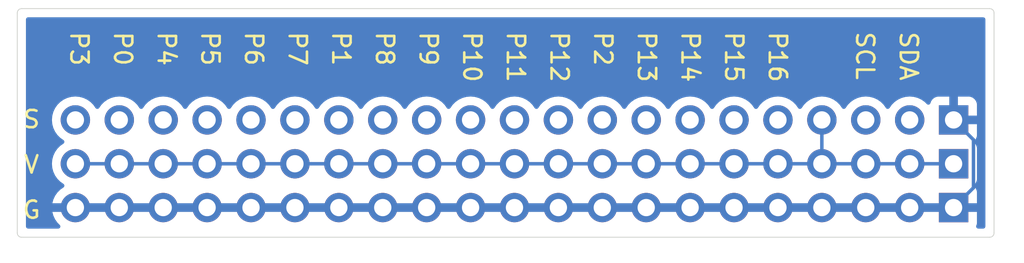
<source format=kicad_pcb>
(kicad_pcb (version 20240108) (generator "pcbnew") (generator_version "8.0")
  (layers (0 "F.Cu" signal) (31 "B.Cu" signal) (34 "B.Paste" user) (35 "F.Paste" user) (36 "B.SilkS" user "B.Silkscreen") (37 "F.SilkS" user "F.Silkscreen") (38 "B.Mask" user) (39 "F.Mask" user) (44 "Edge.Cuts" user))
  (net 0 "")
  (net 4 "/3V3")
  (net 14 "/GND")
  (footprint "Connector_PinHeader_2.54mm:PinHeader_1x21_P2.54mm_Vertical" (layer "F.Cu") (at 153.66 73.24 -90)
    (property "Reference" "J2" (hide yes))
    (property "Value" "Conn_01x21_Pin")
    (pad "1" thru_hole rect (at 0 0 270) (size 1.7 1.7) (drill 1) (layers "*.Cu" "*.Mask") (net 4 "/3V3"))
    (pad "2" thru_hole oval (at 0 2.54 270) (size 1.7 1.7) (drill 1) (layers "*.Cu" "*.Mask") (net 4 "/3V3"))
    (pad "3" thru_hole oval (at 0 5.08 270) (size 1.7 1.7) (drill 1) (layers "*.Cu" "*.Mask") (net 4 "/3V3"))
    (pad "4" thru_hole oval (at 0 7.62 270) (size 1.7 1.7) (drill 1) (layers "*.Cu" "*.Mask") (net 4 "/3V3"))
    (pad "5" thru_hole oval (at 0 10.16 270) (size 1.7 1.7) (drill 1) (layers "*.Cu" "*.Mask") (net 4 "/3V3"))
    (pad "6" thru_hole oval (at 0 12.7 270) (size 1.7 1.7) (drill 1) (layers "*.Cu" "*.Mask") (net 4 "/3V3"))
    (pad "7" thru_hole oval (at 0 15.24 270) (size 1.7 1.7) (drill 1) (layers "*.Cu" "*.Mask") (net 4 "/3V3"))
    (pad "8" thru_hole oval (at 0 17.78 270) (size 1.7 1.7) (drill 1) (layers "*.Cu" "*.Mask") (net 4 "/3V3"))
    (pad "9" thru_hole oval (at 0 20.32 270) (size 1.7 1.7) (drill 1) (layers "*.Cu" "*.Mask") (net 4 "/3V3"))
    (pad "10" thru_hole oval (at 0 22.86 270) (size 1.7 1.7) (drill 1) (layers "*.Cu" "*.Mask") (net 4 "/3V3"))
    (pad "11" thru_hole oval (at 0 25.4 270) (size 1.7 1.7) (drill 1) (layers "*.Cu" "*.Mask") (net 4 "/3V3"))
    (pad "12" thru_hole oval (at 0 27.94 270) (size 1.7 1.7) (drill 1) (layers "*.Cu" "*.Mask") (net 4 "/3V3"))
    (pad "13" thru_hole oval (at 0 30.48 270) (size 1.7 1.7) (drill 1) (layers "*.Cu" "*.Mask") (net 4 "/3V3"))
    (pad "14" thru_hole oval (at 0 33.02 270) (size 1.7 1.7) (drill 1) (layers "*.Cu" "*.Mask") (net 4 "/3V3"))
    (pad "15" thru_hole oval (at 0 35.56 270) (size 1.7 1.7) (drill 1) (layers "*.Cu" "*.Mask") (net 4 "/3V3"))
    (pad "16" thru_hole oval (at 0 38.1 270) (size 1.7 1.7) (drill 1) (layers "*.Cu" "*.Mask") (net 4 "/3V3"))
    (pad "17" thru_hole oval (at 0 40.64 270) (size 1.7 1.7) (drill 1) (layers "*.Cu" "*.Mask") (net 4 "/3V3"))
    (pad "18" thru_hole oval (at 0 43.18 270) (size 1.7 1.7) (drill 1) (layers "*.Cu" "*.Mask") (net 4 "/3V3"))
    (pad "19" thru_hole oval (at 0 45.72 270) (size 1.7 1.7) (drill 1) (layers "*.Cu" "*.Mask") (net 4 "/3V3"))
    (pad "20" thru_hole oval (at 0 48.26 270) (size 1.7 1.7) (drill 1) (layers "*.Cu" "*.Mask") (net 4 "/3V3"))
    (pad "21" thru_hole oval (at 0 50.8 270) (size 1.7 1.7) (drill 1) (layers "*.Cu" "*.Mask") (net 4 "/3V3"))
  )
  (footprint "Connector_PinHeader_2.54mm:PinHeader_1x21_P2.54mm_Vertical" (layer "F.Cu") (at 153.66 70.7 -90)
    (property "Reference" "J1" (hide yes))
    (property "Value" "Conn_01x21_Pin")
    (pad "1" thru_hole rect (at 0 0 270) (size 1.7 1.7) (drill 1) (layers "*.Cu" "*.Mask") (net 14 "/GND"))
    (pad "2" thru_hole oval (at 0 2.54 270) (size 1.7 1.7) (drill 1) (layers "*.Cu" "*.Mask"))
    (pad "3" thru_hole oval (at 0 5.08 270) (size 1.7 1.7) (drill 1) (layers "*.Cu" "*.Mask"))
    (pad "4" thru_hole oval (at 0 7.62 270) (size 1.7 1.7) (drill 1) (layers "*.Cu" "*.Mask") (net 4 "/3V3"))
    (pad "5" thru_hole oval (at 0 10.16 270) (size 1.7 1.7) (drill 1) (layers "*.Cu" "*.Mask"))
    (pad "6" thru_hole oval (at 0 12.7 270) (size 1.7 1.7) (drill 1) (layers "*.Cu" "*.Mask"))
    (pad "7" thru_hole oval (at 0 15.24 270) (size 1.7 1.7) (drill 1) (layers "*.Cu" "*.Mask"))
    (pad "8" thru_hole oval (at 0 17.78 270) (size 1.7 1.7) (drill 1) (layers "*.Cu" "*.Mask"))
    (pad "9" thru_hole oval (at 0 20.32 270) (size 1.7 1.7) (drill 1) (layers "*.Cu" "*.Mask"))
    (pad "10" thru_hole oval (at 0 22.86 270) (size 1.7 1.7) (drill 1) (layers "*.Cu" "*.Mask"))
    (pad "11" thru_hole oval (at 0 25.4 270) (size 1.7 1.7) (drill 1) (layers "*.Cu" "*.Mask"))
    (pad "12" thru_hole oval (at 0 27.94 270) (size 1.7 1.7) (drill 1) (layers "*.Cu" "*.Mask"))
    (pad "13" thru_hole oval (at 0 30.48 270) (size 1.7 1.7) (drill 1) (layers "*.Cu" "*.Mask"))
    (pad "14" thru_hole oval (at 0 33.02 270) (size 1.7 1.7) (drill 1) (layers "*.Cu" "*.Mask"))
    (pad "15" thru_hole oval (at 0 35.56 270) (size 1.7 1.7) (drill 1) (layers "*.Cu" "*.Mask"))
    (pad "16" thru_hole oval (at 0 38.1 270) (size 1.7 1.7) (drill 1) (layers "*.Cu" "*.Mask"))
    (pad "17" thru_hole oval (at 0 40.64 270) (size 1.7 1.7) (drill 1) (layers "*.Cu" "*.Mask"))
    (pad "18" thru_hole oval (at 0 43.18 270) (size 1.7 1.7) (drill 1) (layers "*.Cu" "*.Mask"))
    (pad "19" thru_hole oval (at 0 45.72 270) (size 1.7 1.7) (drill 1) (layers "*.Cu" "*.Mask"))
    (pad "20" thru_hole oval (at 0 48.26 270) (size 1.7 1.7) (drill 1) (layers "*.Cu" "*.Mask"))
    (pad "21" thru_hole oval (at 0 50.8 270) (size 1.7 1.7) (drill 1) (layers "*.Cu" "*.Mask"))
  )
  (footprint "Connector_PinHeader_2.54mm:PinHeader_1x21_P2.54mm_Vertical" (layer "F.Cu") (at 153.66 75.78 -90)
    (property "Reference" "J3" (hide yes))
    (property "Value" "Conn_01x21_Pin")
    (pad "1" thru_hole rect (at 0 0 270) (size 1.7 1.7) (drill 1) (layers "*.Cu" "*.Mask") (net 14 "/GND"))
    (pad "2" thru_hole oval (at 0 2.54 270) (size 1.7 1.7) (drill 1) (layers "*.Cu" "*.Mask") (net 14 "/GND"))
    (pad "3" thru_hole oval (at 0 5.08 270) (size 1.7 1.7) (drill 1) (layers "*.Cu" "*.Mask") (net 14 "/GND"))
    (pad "4" thru_hole oval (at 0 7.62 270) (size 1.7 1.7) (drill 1) (layers "*.Cu" "*.Mask") (net 14 "/GND"))
    (pad "5" thru_hole oval (at 0 10.16 270) (size 1.7 1.7) (drill 1) (layers "*.Cu" "*.Mask") (net 14 "/GND"))
    (pad "6" thru_hole oval (at 0 12.7 270) (size 1.7 1.7) (drill 1) (layers "*.Cu" "*.Mask") (net 14 "/GND"))
    (pad "7" thru_hole oval (at 0 15.24 270) (size 1.7 1.7) (drill 1) (layers "*.Cu" "*.Mask") (net 14 "/GND"))
    (pad "8" thru_hole oval (at 0 17.78 270) (size 1.7 1.7) (drill 1) (layers "*.Cu" "*.Mask") (net 14 "/GND"))
    (pad "9" thru_hole oval (at 0 20.32 270) (size 1.7 1.7) (drill 1) (layers "*.Cu" "*.Mask") (net 14 "/GND"))
    (pad "10" thru_hole oval (at 0 22.86 270) (size 1.7 1.7) (drill 1) (layers "*.Cu" "*.Mask") (net 14 "/GND"))
    (pad "11" thru_hole oval (at 0 25.4 270) (size 1.7 1.7) (drill 1) (layers "*.Cu" "*.Mask") (net 14 "/GND"))
    (pad "12" thru_hole oval (at 0 27.94 270) (size 1.7 1.7) (drill 1) (layers "*.Cu" "*.Mask") (net 14 "/GND"))
    (pad "13" thru_hole oval (at 0 30.48 270) (size 1.7 1.7) (drill 1) (layers "*.Cu" "*.Mask") (net 14 "/GND"))
    (pad "14" thru_hole oval (at 0 33.02 270) (size 1.7 1.7) (drill 1) (layers "*.Cu" "*.Mask") (net 14 "/GND"))
    (pad "15" thru_hole oval (at 0 35.56 270) (size 1.7 1.7) (drill 1) (layers "*.Cu" "*.Mask") (net 14 "/GND"))
    (pad "16" thru_hole oval (at 0 38.1 270) (size 1.7 1.7) (drill 1) (layers "*.Cu" "*.Mask") (net 14 "/GND"))
    (pad "17" thru_hole oval (at 0 40.64 270) (size 1.7 1.7) (drill 1) (layers "*.Cu" "*.Mask") (net 14 "/GND"))
    (pad "18" thru_hole oval (at 0 43.18 270) (size 1.7 1.7) (drill 1) (layers "*.Cu" "*.Mask") (net 14 "/GND"))
    (pad "19" thru_hole oval (at 0 45.72 270) (size 1.7 1.7) (drill 1) (layers "*.Cu" "*.Mask") (net 14 "/GND"))
    (pad "20" thru_hole oval (at 0 48.26 270) (size 1.7 1.7) (drill 1) (layers "*.Cu" "*.Mask") (net 14 "/GND"))
    (pad "21" thru_hole oval (at 0 50.8 270) (size 1.7 1.7) (drill 1) (layers "*.Cu" "*.Mask") (net 14 "/GND"))
  )
  (gr_line (start 99.5 64.5) (end 99.5 77.25) (stroke (width 0.05)) (layer "Edge.Cuts"))
  (gr_line (start 99.75 64.25) (end 155.75 64.25) (stroke (width 0.05)) (layer "Edge.Cuts"))
  (gr_arc (start 155.75 64.25) (mid 155.926777 64.323223) (end 156 64.5) (stroke (width 0.05)) (layer "Edge.Cuts"))
  (gr_line (start 156 64.5) (end 156 77.25) (stroke (width 0.05)) (layer "Edge.Cuts"))
  (gr_arc (start 99.75 77.5) (mid 99.573223 77.426777) (end 99.5 77.25) (stroke (width 0.05)) (layer "Edge.Cuts"))
  (gr_line (start 99.75 77.5) (end 155.75 77.5) (stroke (width 0.05)) (layer "Edge.Cuts"))
  (gr_arc (start 156 77.25) (mid 155.926777 77.426777) (end 155.75 77.5) (stroke (width 0.05)) (layer "Edge.Cuts"))
  (gr_arc (start 99.5 64.5) (mid 99.573223 64.323223) (end 99.75 64.25) (stroke (width 0.05)) (layer "Edge.Cuts"))
  (gr_text "P13" (at 135.325 65.5 270) (layer "F.SilkS") (effects (font (size 1 1)) (justify left bottom)))
  (gr_text "P6" (at 112.6 65.5 270) (layer "F.SilkS") (effects (font (size 1 1)) (justify left bottom)))
  (gr_text "SCL" (at 147.95 65.5 270) (layer "F.SilkS") (effects (font (size 1 1)) (justify left bottom)))
  (gr_text "V" (at 99.797619 73.875 0) (layer "F.SilkS") (effects (font (size 1 1)) (justify left bottom)))
  (gr_text "P5" (at 110.075 65.5 270) (layer "F.SilkS") (effects (font (size 1 1)) (justify left bottom)))
  (gr_text "P12" (at 130.275 65.5 270) (layer "F.SilkS") (effects (font (size 1 1)) (justify left bottom)))
  (gr_text "P9" (at 122.7 65.5 270) (layer "F.SilkS") (effects (font (size 1 1)) (justify left bottom)))
  (gr_text "P4" (at 107.55 65.5 270) (layer "F.SilkS") (effects (font (size 1 1)) (justify left bottom)))
  (gr_text "P3" (at 102.5 65.5 270) (layer "F.SilkS") (effects (font (size 1 1)) (justify left bottom)))
  (gr_text "P0" (at 105.025 65.5 270) (layer "F.SilkS") (effects (font (size 1 1)) (justify left bottom)))
  (gr_text "P2" (at 132.8 65.5 270) (layer "F.SilkS") (effects (font (size 1 1)) (justify left bottom)))
  (gr_text "P7" (at 115.125 65.5 270) (layer "F.SilkS") (effects (font (size 1 1)) (justify left bottom)))
  (gr_text "P1" (at 117.65 65.5 270) (layer "F.SilkS") (effects (font (size 1 1)) (justify left bottom)))
  (gr_text "G" (at 99.72619 76.5 0) (layer "F.SilkS") (effects (font (size 1 1)) (justify left bottom)))
  (gr_text "P8" (at 120.175 65.5 270) (layer "F.SilkS") (effects (font (size 1 1)) (justify left bottom)))
  (gr_text "P11" (at 127.75 65.5 270) (layer "F.SilkS") (effects (font (size 1 1)) (justify left bottom)))
  (gr_text "P16" (at 142.9 65.5 270) (layer "F.SilkS") (effects (font (size 1 1)) (justify left bottom)))
  (gr_text "S" (at 99.75 71.25 0) (layer "F.SilkS") (effects (font (size 1 1)) (justify left bottom)))
  (gr_text "P10" (at 125.225 65.5 270) (layer "F.SilkS") (effects (font (size 1 1)) (justify left bottom)))
  (gr_text "SDA" (at 150.475 65.5 270) (layer "F.SilkS") (effects (font (size 1 1)) (justify left bottom)))
  (gr_text "P14" (at 137.85 65.5 270) (layer "F.SilkS") (effects (font (size 1 1)) (justify left bottom)))
  (gr_text "P15" (at 140.375 65.5 270) (layer "F.SilkS") (effects (font (size 1 1)) (justify left bottom)))
  (segment (start 153.66 73.24) (end 151.12 73.24) (width 0.2) (layer "B.Cu") (net 4))
  (segment (start 138.42 73.24) (end 135.88 73.24) (width 0.2) (layer "B.Cu") (net 4))
  (segment (start 151.12 73.24) (end 148.58 73.24) (width 0.2) (layer "B.Cu") (net 4))
  (segment (start 133.34 73.24) (end 130.8 73.24) (width 0.2) (layer "B.Cu") (net 4))
  (segment (start 146.04 70.7) (end 146.04 73.24) (width 0.2) (layer "B.Cu") (net 4))
  (segment (start 140.96 73.24) (end 138.42 73.24) (width 0.2) (layer "B.Cu") (net 4))
  (segment (start 146.04 73.24) (end 143.5 73.24) (width 0.2) (layer "B.Cu") (net 4))
  (segment (start 118.1 73.24) (end 115.56 73.24) (width 0.2) (layer "B.Cu") (net 4))
  (segment (start 115.56 73.24) (end 113.02 73.24) (width 0.2) (layer "B.Cu") (net 4))
  (segment (start 113.02 73.24) (end 110.48 73.24) (width 0.2) (layer "B.Cu") (net 4))
  (segment (start 107.94 73.24) (end 105.4 73.24) (width 0.2) (layer "B.Cu") (net 4))
  (segment (start 125.72 73.24) (end 123.18 73.24) (width 0.2) (layer "B.Cu") (net 4))
  (segment (start 148.58 73.24) (end 146.04 73.24) (width 0.2) (layer "B.Cu") (net 4))
  (segment (start 130.8 73.24) (end 128.26 73.24) (width 0.2) (layer "B.Cu") (net 4))
  (segment (start 105.4 73.24) (end 102.86 73.24) (width 0.2) (layer "B.Cu") (net 4))
  (segment (start 123.18 73.24) (end 120.64 73.24) (width 0.2) (layer "B.Cu") (net 4))
  (segment (start 128.26 73.24) (end 125.72 73.24) (width 0.2) (layer "B.Cu") (net 4))
  (segment (start 110.48 73.24) (end 107.94 73.24) (width 0.2) (layer "B.Cu") (net 4))
  (segment (start 143.5 73.24) (end 140.96 73.24) (width 0.2) (layer "B.Cu") (net 4))
  (segment (start 135.88 73.24) (end 133.34 73.24) (width 0.2) (layer "B.Cu") (net 4))
  (segment (start 120.64 73.24) (end 118.1 73.24) (width 0.2) (layer "B.Cu") (net 4))
  (segment (start 107.94 75.78) (end 105.4 75.78) (width 0.2) (layer "B.Cu") (net 14))
  (segment (start 128.26 75.78) (end 125.72 75.78) (width 0.2) (layer "B.Cu") (net 14))
  (segment (start 138.42 75.78) (end 135.88 75.78) (width 0.2) (layer "B.Cu") (net 14))
  (segment (start 143.5 75.78) (end 140.96 75.78) (width 0.2) (layer "B.Cu") (net 14))
  (segment (start 120.64 75.78) (end 118.1 75.78) (width 0.2) (layer "B.Cu") (net 14))
  (segment (start 115.56 75.78) (end 113.02 75.78) (width 0.2) (layer "B.Cu") (net 14))
  (segment (start 105.4 75.78) (end 102.86 75.78) (width 0.2) (layer "B.Cu") (net 14))
  (segment (start 153.66 70.7) (end 154.81 71.85) (width 0.2) (layer "B.Cu") (net 14))
  (segment (start 135.88 75.78) (end 133.34 75.78) (width 0.2) (layer "B.Cu") (net 14))
  (segment (start 153.66 75.78) (end 151.12 75.78) (width 0.2) (layer "B.Cu") (net 14))
  (segment (start 123.18 75.78) (end 120.64 75.78) (width 0.2) (layer "B.Cu") (net 14))
  (segment (start 154.81 71.85) (end 154.81 74.63) (width 0.2) (layer "B.Cu") (net 14))
  (segment (start 110.48 75.78) (end 107.94 75.78) (width 0.2) (layer "B.Cu") (net 14))
  (segment (start 113.02 75.78) (end 110.48 75.78) (width 0.2) (layer "B.Cu") (net 14))
  (segment (start 125.72 75.78) (end 123.18 75.78) (width 0.2) (layer "B.Cu") (net 14))
  (segment (start 148.58 75.78) (end 146.04 75.78) (width 0.2) (layer "B.Cu") (net 14))
  (segment (start 118.1 75.78) (end 115.56 75.78) (width 0.2) (layer "B.Cu") (net 14))
  (segment (start 154.81 74.63) (end 153.66 75.78) (width 0.2) (layer "B.Cu") (net 14))
  (segment (start 133.34 75.78) (end 130.8 75.78) (width 0.2) (layer "B.Cu") (net 14))
  (segment (start 130.8 75.78) (end 128.26 75.78) (width 0.2) (layer "B.Cu") (net 14))
  (segment (start 148.58 75.78) (end 151.12 75.78) (width 0.2) (layer "B.Cu") (net 14))
  (segment (start 140.96 75.78) (end 138.42 75.78) (width 0.2) (layer "B.Cu") (net 14))
  (segment (start 146.04 75.78) (end 143.5 75.78) (width 0.2) (layer "B.Cu") (net 14))
  (zone (net 14) (net_name "/GND") (layer "B.Cu") (connect_pads (clearance 0.5)) (min_thickness 0.25) (fill yes (thermal_gap 0.5) (thermal_bridge_width 0.5))
    (polygon (pts (xy 157.75 63.75) (xy 98.75 63.75) (xy 98.5 78.5) (xy 157 79)))
  )
)
</source>
